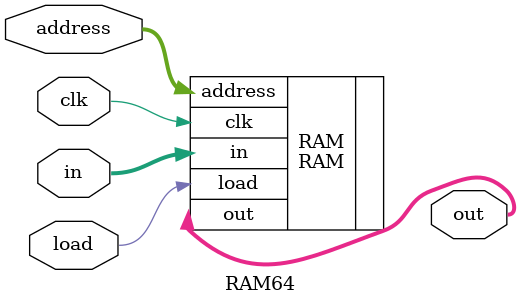
<source format=v>
module RAM64 (
  input wire clk, load,
  input wire [15:0] in,
  input wire [5:0] address,
  output wire [15:0] out
);

RAM #(.width(16), .k(6)) RAM(
  .clk(clk),
  .load(load),
  .in(in),
  .address(address),
  .out(out)
);

endmodule

</source>
